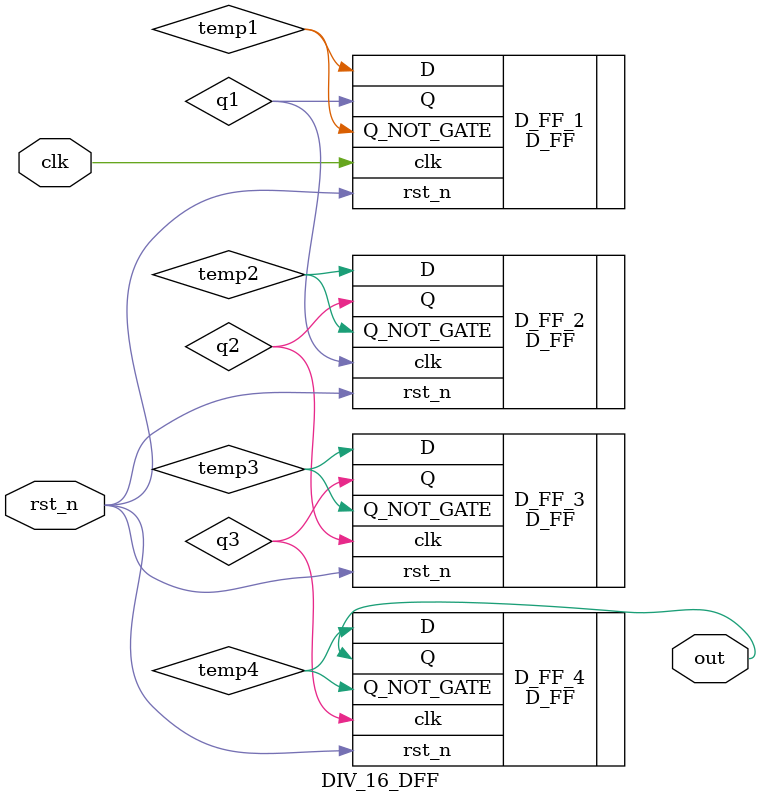
<source format=v>
module DIV_16_DFF (
	input clk,
	input rst_n,
	output out
);

	wire temp1,temp2,temp3,temp4;
	wire q1,q2,q3;

	D_FF D_FF_1 (
		.clk(clk),
		.D(temp1),
		.rst_n(rst_n),
		.Q(q1),
		.Q_NOT_GATE(temp1)
	);

	D_FF D_FF_2 (
		.clk(q1),
		.D(temp2),
		.rst_n(rst_n),
		.Q(q2),
		.Q_NOT_GATE(temp2)
	);

	D_FF D_FF_3 (
		.clk(q2),
		.D(temp3),
		.rst_n(rst_n),
		.Q(q3),
		.Q_NOT_GATE(temp3)
	);

	D_FF D_FF_4 (
		.clk(q3),
		.D(temp4),
		.rst_n(rst_n),
		.Q(out),
		.Q_NOT_GATE(temp4)
	);

endmodule
</source>
